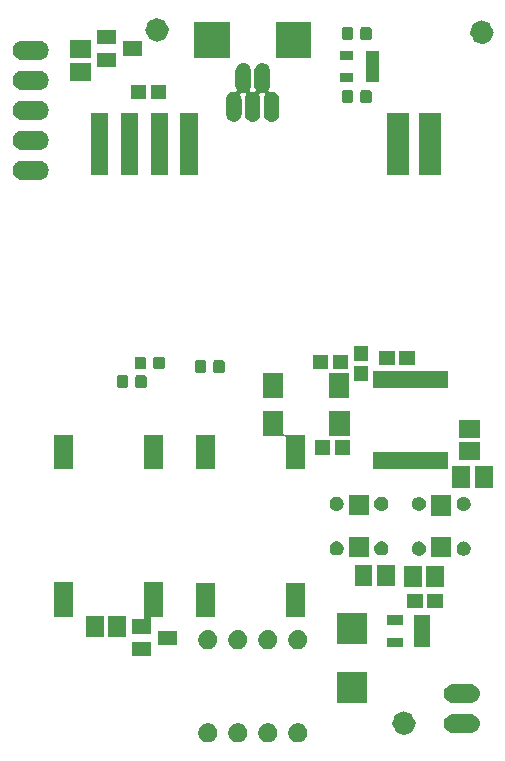
<source format=gbr>
G04 #@! TF.GenerationSoftware,KiCad,Pcbnew,(5.1.6)-1*
G04 #@! TF.CreationDate,2021-03-08T10:10:15+01:00*
G04 #@! TF.ProjectId,P_sensor v10.0,505f7365-6e73-46f7-9220-7631302e302e,rev?*
G04 #@! TF.SameCoordinates,Original*
G04 #@! TF.FileFunction,Soldermask,Top*
G04 #@! TF.FilePolarity,Negative*
%FSLAX46Y46*%
G04 Gerber Fmt 4.6, Leading zero omitted, Abs format (unit mm)*
G04 Created by KiCad (PCBNEW (5.1.6)-1) date 2021-03-08 10:10:15*
%MOMM*%
%LPD*%
G01*
G04 APERTURE LIST*
%ADD10C,1.000000*%
%ADD11C,0.100000*%
G04 APERTURE END LIST*
D10*
X185601100Y-103103600D02*
G75*
G03*
X185601100Y-103103600I-500000J0D01*
G01*
X164701100Y-44403600D02*
G75*
G03*
X164701100Y-44403600I-500000J0D01*
G01*
X192201100Y-44603600D02*
G75*
G03*
X192201100Y-44603600I-500000J0D01*
G01*
D11*
G36*
X171209173Y-103108910D02*
G01*
X171287444Y-103124479D01*
X171348522Y-103149778D01*
X171434900Y-103185557D01*
X171434901Y-103185558D01*
X171567610Y-103274231D01*
X171680469Y-103387090D01*
X171680470Y-103387092D01*
X171769143Y-103519800D01*
X171830221Y-103667257D01*
X171861359Y-103823796D01*
X171861359Y-103983404D01*
X171830221Y-104139943D01*
X171769143Y-104287400D01*
X171769142Y-104287401D01*
X171680469Y-104420110D01*
X171567610Y-104532969D01*
X171500804Y-104577607D01*
X171434900Y-104621643D01*
X171348522Y-104657422D01*
X171287444Y-104682721D01*
X171209173Y-104698290D01*
X171130904Y-104713859D01*
X170971296Y-104713859D01*
X170814756Y-104682721D01*
X170753678Y-104657422D01*
X170667300Y-104621643D01*
X170601396Y-104577607D01*
X170534590Y-104532969D01*
X170421731Y-104420110D01*
X170333058Y-104287401D01*
X170333057Y-104287400D01*
X170271979Y-104139943D01*
X170240841Y-103983404D01*
X170240841Y-103823796D01*
X170271979Y-103667257D01*
X170333057Y-103519800D01*
X170421730Y-103387092D01*
X170421731Y-103387090D01*
X170534590Y-103274231D01*
X170667299Y-103185558D01*
X170667300Y-103185557D01*
X170753678Y-103149778D01*
X170814756Y-103124479D01*
X170893027Y-103108910D01*
X170971296Y-103093341D01*
X171130904Y-103093341D01*
X171209173Y-103108910D01*
G37*
G36*
X173749173Y-103108910D02*
G01*
X173827444Y-103124479D01*
X173888522Y-103149778D01*
X173974900Y-103185557D01*
X173974901Y-103185558D01*
X174107610Y-103274231D01*
X174220469Y-103387090D01*
X174220470Y-103387092D01*
X174309143Y-103519800D01*
X174370221Y-103667257D01*
X174401359Y-103823796D01*
X174401359Y-103983404D01*
X174370221Y-104139943D01*
X174309143Y-104287400D01*
X174309142Y-104287401D01*
X174220469Y-104420110D01*
X174107610Y-104532969D01*
X174040804Y-104577607D01*
X173974900Y-104621643D01*
X173888522Y-104657422D01*
X173827444Y-104682721D01*
X173749173Y-104698290D01*
X173670904Y-104713859D01*
X173511296Y-104713859D01*
X173354756Y-104682721D01*
X173293678Y-104657422D01*
X173207300Y-104621643D01*
X173141396Y-104577607D01*
X173074590Y-104532969D01*
X172961731Y-104420110D01*
X172873058Y-104287401D01*
X172873057Y-104287400D01*
X172811979Y-104139943D01*
X172780841Y-103983404D01*
X172780841Y-103823796D01*
X172811979Y-103667257D01*
X172873057Y-103519800D01*
X172961730Y-103387092D01*
X172961731Y-103387090D01*
X173074590Y-103274231D01*
X173207299Y-103185558D01*
X173207300Y-103185557D01*
X173293678Y-103149778D01*
X173354756Y-103124479D01*
X173433027Y-103108910D01*
X173511296Y-103093341D01*
X173670904Y-103093341D01*
X173749173Y-103108910D01*
G37*
G36*
X176289173Y-103108910D02*
G01*
X176367444Y-103124479D01*
X176428522Y-103149778D01*
X176514900Y-103185557D01*
X176514901Y-103185558D01*
X176647610Y-103274231D01*
X176760469Y-103387090D01*
X176760470Y-103387092D01*
X176849143Y-103519800D01*
X176910221Y-103667257D01*
X176941359Y-103823796D01*
X176941359Y-103983404D01*
X176910221Y-104139943D01*
X176849143Y-104287400D01*
X176849142Y-104287401D01*
X176760469Y-104420110D01*
X176647610Y-104532969D01*
X176580804Y-104577607D01*
X176514900Y-104621643D01*
X176428522Y-104657422D01*
X176367444Y-104682721D01*
X176289173Y-104698290D01*
X176210904Y-104713859D01*
X176051296Y-104713859D01*
X175894756Y-104682721D01*
X175833678Y-104657422D01*
X175747300Y-104621643D01*
X175681396Y-104577607D01*
X175614590Y-104532969D01*
X175501731Y-104420110D01*
X175413058Y-104287401D01*
X175413057Y-104287400D01*
X175351979Y-104139943D01*
X175320841Y-103983404D01*
X175320841Y-103823796D01*
X175351979Y-103667257D01*
X175413057Y-103519800D01*
X175501730Y-103387092D01*
X175501731Y-103387090D01*
X175614590Y-103274231D01*
X175747299Y-103185558D01*
X175747300Y-103185557D01*
X175833678Y-103149778D01*
X175894756Y-103124479D01*
X175973027Y-103108910D01*
X176051296Y-103093341D01*
X176210904Y-103093341D01*
X176289173Y-103108910D01*
G37*
G36*
X168669173Y-103108910D02*
G01*
X168747444Y-103124479D01*
X168808522Y-103149778D01*
X168894900Y-103185557D01*
X168894901Y-103185558D01*
X169027610Y-103274231D01*
X169140469Y-103387090D01*
X169140470Y-103387092D01*
X169229143Y-103519800D01*
X169290221Y-103667257D01*
X169321359Y-103823796D01*
X169321359Y-103983404D01*
X169290221Y-104139943D01*
X169229143Y-104287400D01*
X169229142Y-104287401D01*
X169140469Y-104420110D01*
X169027610Y-104532969D01*
X168960804Y-104577607D01*
X168894900Y-104621643D01*
X168808522Y-104657422D01*
X168747444Y-104682721D01*
X168669173Y-104698290D01*
X168590904Y-104713859D01*
X168431296Y-104713859D01*
X168274756Y-104682721D01*
X168213678Y-104657422D01*
X168127300Y-104621643D01*
X168061396Y-104577607D01*
X167994590Y-104532969D01*
X167881731Y-104420110D01*
X167793058Y-104287401D01*
X167793057Y-104287400D01*
X167731979Y-104139943D01*
X167700841Y-103983404D01*
X167700841Y-103823796D01*
X167731979Y-103667257D01*
X167793057Y-103519800D01*
X167881730Y-103387092D01*
X167881731Y-103387090D01*
X167994590Y-103274231D01*
X168127299Y-103185558D01*
X168127300Y-103185557D01*
X168213678Y-103149778D01*
X168274756Y-103124479D01*
X168353027Y-103108910D01*
X168431296Y-103093341D01*
X168590904Y-103093341D01*
X168669173Y-103108910D01*
G37*
G36*
X190868597Y-102325065D02*
G01*
X191021332Y-102371397D01*
X191162093Y-102446635D01*
X191194232Y-102473011D01*
X191285471Y-102547888D01*
X191360348Y-102639127D01*
X191386724Y-102671266D01*
X191461962Y-102812027D01*
X191508294Y-102964762D01*
X191523938Y-103123600D01*
X191508294Y-103282438D01*
X191461962Y-103435173D01*
X191386724Y-103575934D01*
X191360348Y-103608073D01*
X191285471Y-103699312D01*
X191194232Y-103774189D01*
X191162093Y-103800565D01*
X191021332Y-103875803D01*
X190868597Y-103922135D01*
X190809078Y-103927997D01*
X190749561Y-103933859D01*
X189252639Y-103933859D01*
X189133603Y-103922135D01*
X188980868Y-103875803D01*
X188840107Y-103800565D01*
X188807968Y-103774189D01*
X188716729Y-103699312D01*
X188641852Y-103608073D01*
X188615476Y-103575934D01*
X188540238Y-103435173D01*
X188493906Y-103282438D01*
X188478262Y-103123600D01*
X188493906Y-102964762D01*
X188540238Y-102812027D01*
X188615476Y-102671266D01*
X188641852Y-102639127D01*
X188716729Y-102547888D01*
X188807968Y-102473011D01*
X188840107Y-102446635D01*
X188980868Y-102371397D01*
X189133603Y-102325065D01*
X189252639Y-102313341D01*
X190749561Y-102313341D01*
X190868597Y-102325065D01*
G37*
G36*
X182002700Y-101405200D02*
G01*
X179399500Y-101405200D01*
X179399500Y-98802000D01*
X182002700Y-98802000D01*
X182002700Y-101405200D01*
G37*
G36*
X190809078Y-99779203D02*
G01*
X190868597Y-99785065D01*
X191021332Y-99831397D01*
X191162093Y-99906635D01*
X191194232Y-99933011D01*
X191285471Y-100007888D01*
X191360348Y-100099127D01*
X191386724Y-100131266D01*
X191461962Y-100272027D01*
X191508294Y-100424762D01*
X191523938Y-100583600D01*
X191508294Y-100742438D01*
X191461962Y-100895173D01*
X191386724Y-101035934D01*
X191360348Y-101068073D01*
X191285471Y-101159312D01*
X191194232Y-101234189D01*
X191162093Y-101260565D01*
X191021332Y-101335803D01*
X190868597Y-101382135D01*
X190809078Y-101387997D01*
X190749561Y-101393859D01*
X189252639Y-101393859D01*
X189193122Y-101387997D01*
X189133603Y-101382135D01*
X188980868Y-101335803D01*
X188840107Y-101260565D01*
X188807968Y-101234189D01*
X188716729Y-101159312D01*
X188641852Y-101068073D01*
X188615476Y-101035934D01*
X188540238Y-100895173D01*
X188493906Y-100742438D01*
X188478262Y-100583600D01*
X188493906Y-100424762D01*
X188540238Y-100272027D01*
X188615476Y-100131266D01*
X188641852Y-100099127D01*
X188716729Y-100007888D01*
X188807968Y-99933011D01*
X188840107Y-99906635D01*
X188980868Y-99831397D01*
X189133603Y-99785065D01*
X189252639Y-99773341D01*
X190749561Y-99773341D01*
X190809078Y-99779203D01*
G37*
G36*
X163682700Y-97415200D02*
G01*
X162079500Y-97415200D01*
X162079500Y-96212000D01*
X163682700Y-96212000D01*
X163682700Y-97415200D01*
G37*
G36*
X168747444Y-95244479D02*
G01*
X168789743Y-95262000D01*
X168894900Y-95305557D01*
X168894901Y-95305558D01*
X169027610Y-95394231D01*
X169140469Y-95507090D01*
X169140470Y-95507092D01*
X169229143Y-95639800D01*
X169290221Y-95787257D01*
X169321359Y-95943796D01*
X169321359Y-96103404D01*
X169290221Y-96259943D01*
X169229143Y-96407400D01*
X169229142Y-96407401D01*
X169140469Y-96540110D01*
X169027610Y-96652969D01*
X169009305Y-96665200D01*
X168894900Y-96741643D01*
X168808522Y-96777422D01*
X168747444Y-96802721D01*
X168669173Y-96818290D01*
X168590904Y-96833859D01*
X168431296Y-96833859D01*
X168353027Y-96818290D01*
X168274756Y-96802721D01*
X168213678Y-96777422D01*
X168127300Y-96741643D01*
X168012895Y-96665200D01*
X167994590Y-96652969D01*
X167881731Y-96540110D01*
X167793058Y-96407401D01*
X167793057Y-96407400D01*
X167731979Y-96259943D01*
X167700841Y-96103404D01*
X167700841Y-95943796D01*
X167731979Y-95787257D01*
X167793057Y-95639800D01*
X167881730Y-95507092D01*
X167881731Y-95507090D01*
X167994590Y-95394231D01*
X168127299Y-95305558D01*
X168127300Y-95305557D01*
X168232457Y-95262000D01*
X168274756Y-95244479D01*
X168431296Y-95213341D01*
X168590904Y-95213341D01*
X168747444Y-95244479D01*
G37*
G36*
X171287444Y-95244479D02*
G01*
X171329743Y-95262000D01*
X171434900Y-95305557D01*
X171434901Y-95305558D01*
X171567610Y-95394231D01*
X171680469Y-95507090D01*
X171680470Y-95507092D01*
X171769143Y-95639800D01*
X171830221Y-95787257D01*
X171861359Y-95943796D01*
X171861359Y-96103404D01*
X171830221Y-96259943D01*
X171769143Y-96407400D01*
X171769142Y-96407401D01*
X171680469Y-96540110D01*
X171567610Y-96652969D01*
X171549305Y-96665200D01*
X171434900Y-96741643D01*
X171348522Y-96777422D01*
X171287444Y-96802721D01*
X171209173Y-96818290D01*
X171130904Y-96833859D01*
X170971296Y-96833859D01*
X170893027Y-96818290D01*
X170814756Y-96802721D01*
X170753678Y-96777422D01*
X170667300Y-96741643D01*
X170552895Y-96665200D01*
X170534590Y-96652969D01*
X170421731Y-96540110D01*
X170333058Y-96407401D01*
X170333057Y-96407400D01*
X170271979Y-96259943D01*
X170240841Y-96103404D01*
X170240841Y-95943796D01*
X170271979Y-95787257D01*
X170333057Y-95639800D01*
X170421730Y-95507092D01*
X170421731Y-95507090D01*
X170534590Y-95394231D01*
X170667299Y-95305558D01*
X170667300Y-95305557D01*
X170772457Y-95262000D01*
X170814756Y-95244479D01*
X170971296Y-95213341D01*
X171130904Y-95213341D01*
X171287444Y-95244479D01*
G37*
G36*
X173827444Y-95244479D02*
G01*
X173869743Y-95262000D01*
X173974900Y-95305557D01*
X173974901Y-95305558D01*
X174107610Y-95394231D01*
X174220469Y-95507090D01*
X174220470Y-95507092D01*
X174309143Y-95639800D01*
X174370221Y-95787257D01*
X174401359Y-95943796D01*
X174401359Y-96103404D01*
X174370221Y-96259943D01*
X174309143Y-96407400D01*
X174309142Y-96407401D01*
X174220469Y-96540110D01*
X174107610Y-96652969D01*
X174089305Y-96665200D01*
X173974900Y-96741643D01*
X173888522Y-96777422D01*
X173827444Y-96802721D01*
X173749173Y-96818290D01*
X173670904Y-96833859D01*
X173511296Y-96833859D01*
X173433027Y-96818290D01*
X173354756Y-96802721D01*
X173293678Y-96777422D01*
X173207300Y-96741643D01*
X173092895Y-96665200D01*
X173074590Y-96652969D01*
X172961731Y-96540110D01*
X172873058Y-96407401D01*
X172873057Y-96407400D01*
X172811979Y-96259943D01*
X172780841Y-96103404D01*
X172780841Y-95943796D01*
X172811979Y-95787257D01*
X172873057Y-95639800D01*
X172961730Y-95507092D01*
X172961731Y-95507090D01*
X173074590Y-95394231D01*
X173207299Y-95305558D01*
X173207300Y-95305557D01*
X173312457Y-95262000D01*
X173354756Y-95244479D01*
X173511296Y-95213341D01*
X173670904Y-95213341D01*
X173827444Y-95244479D01*
G37*
G36*
X176367444Y-95244479D02*
G01*
X176409743Y-95262000D01*
X176514900Y-95305557D01*
X176514901Y-95305558D01*
X176647610Y-95394231D01*
X176760469Y-95507090D01*
X176760470Y-95507092D01*
X176849143Y-95639800D01*
X176910221Y-95787257D01*
X176941359Y-95943796D01*
X176941359Y-96103404D01*
X176910221Y-96259943D01*
X176849143Y-96407400D01*
X176849142Y-96407401D01*
X176760469Y-96540110D01*
X176647610Y-96652969D01*
X176629305Y-96665200D01*
X176514900Y-96741643D01*
X176428522Y-96777422D01*
X176367444Y-96802721D01*
X176289173Y-96818290D01*
X176210904Y-96833859D01*
X176051296Y-96833859D01*
X175973027Y-96818290D01*
X175894756Y-96802721D01*
X175833678Y-96777422D01*
X175747300Y-96741643D01*
X175632895Y-96665200D01*
X175614590Y-96652969D01*
X175501731Y-96540110D01*
X175413058Y-96407401D01*
X175413057Y-96407400D01*
X175351979Y-96259943D01*
X175320841Y-96103404D01*
X175320841Y-95943796D01*
X175351979Y-95787257D01*
X175413057Y-95639800D01*
X175501730Y-95507092D01*
X175501731Y-95507090D01*
X175614590Y-95394231D01*
X175747299Y-95305558D01*
X175747300Y-95305557D01*
X175852457Y-95262000D01*
X175894756Y-95244479D01*
X176051296Y-95213341D01*
X176210904Y-95213341D01*
X176367444Y-95244479D01*
G37*
G36*
X185052700Y-96665200D02*
G01*
X183649500Y-96665200D01*
X183649500Y-95862000D01*
X185052700Y-95862000D01*
X185052700Y-96665200D01*
G37*
G36*
X187352700Y-96665200D02*
G01*
X185949500Y-96665200D01*
X185949500Y-93962000D01*
X187352700Y-93962000D01*
X187352700Y-96665200D01*
G37*
G36*
X165882700Y-96465200D02*
G01*
X164279500Y-96465200D01*
X164279500Y-95262000D01*
X165882700Y-95262000D01*
X165882700Y-96465200D01*
G37*
G36*
X182002700Y-96405200D02*
G01*
X179399500Y-96405200D01*
X179399500Y-93802000D01*
X182002700Y-93802000D01*
X182002700Y-96405200D01*
G37*
G36*
X161572700Y-95805200D02*
G01*
X160069500Y-95805200D01*
X160069500Y-94002000D01*
X161572700Y-94002000D01*
X161572700Y-95805200D01*
G37*
G36*
X159672700Y-95805200D02*
G01*
X158169500Y-95805200D01*
X158169500Y-94002000D01*
X159672700Y-94002000D01*
X159672700Y-95805200D01*
G37*
G36*
X164702700Y-94085200D02*
G01*
X163807699Y-94085200D01*
X163783313Y-94087602D01*
X163759864Y-94094715D01*
X163738253Y-94106266D01*
X163719311Y-94121811D01*
X163703766Y-94140753D01*
X163692215Y-94162364D01*
X163685102Y-94185813D01*
X163682700Y-94210199D01*
X163682700Y-95515200D01*
X162079500Y-95515200D01*
X162079500Y-94312000D01*
X162974501Y-94312000D01*
X162998887Y-94309598D01*
X163022336Y-94302485D01*
X163043947Y-94290934D01*
X163062889Y-94275389D01*
X163078434Y-94256447D01*
X163089985Y-94234836D01*
X163097098Y-94211387D01*
X163099500Y-94187001D01*
X163099500Y-91182000D01*
X164702700Y-91182000D01*
X164702700Y-94085200D01*
G37*
G36*
X185052700Y-94765200D02*
G01*
X183649500Y-94765200D01*
X183649500Y-93962000D01*
X185052700Y-93962000D01*
X185052700Y-94765200D01*
G37*
G36*
X169092700Y-94105200D02*
G01*
X167489500Y-94105200D01*
X167489500Y-91202000D01*
X169092700Y-91202000D01*
X169092700Y-94105200D01*
G37*
G36*
X176712700Y-94105200D02*
G01*
X175109500Y-94105200D01*
X175109500Y-91202000D01*
X176712700Y-91202000D01*
X176712700Y-94105200D01*
G37*
G36*
X157082700Y-94085200D02*
G01*
X155479500Y-94085200D01*
X155479500Y-91182000D01*
X157082700Y-91182000D01*
X157082700Y-94085200D01*
G37*
G36*
X188402700Y-93355200D02*
G01*
X187099500Y-93355200D01*
X187099500Y-92152000D01*
X188402700Y-92152000D01*
X188402700Y-93355200D01*
G37*
G36*
X186702700Y-93355200D02*
G01*
X185399500Y-93355200D01*
X185399500Y-92152000D01*
X186702700Y-92152000D01*
X186702700Y-93355200D01*
G37*
G36*
X188512700Y-91555200D02*
G01*
X187009500Y-91555200D01*
X187009500Y-89752000D01*
X188512700Y-89752000D01*
X188512700Y-91555200D01*
G37*
G36*
X186612700Y-91555200D02*
G01*
X185109500Y-91555200D01*
X185109500Y-89752000D01*
X186612700Y-89752000D01*
X186612700Y-91555200D01*
G37*
G36*
X182432700Y-91505200D02*
G01*
X180929500Y-91505200D01*
X180929500Y-89702000D01*
X182432700Y-89702000D01*
X182432700Y-91505200D01*
G37*
G36*
X184332700Y-91505200D02*
G01*
X182829500Y-91505200D01*
X182829500Y-89702000D01*
X184332700Y-89702000D01*
X184332700Y-91505200D01*
G37*
G36*
X189122700Y-89015200D02*
G01*
X187419500Y-89015200D01*
X187419500Y-87312000D01*
X189122700Y-87312000D01*
X189122700Y-89015200D01*
G37*
G36*
X182152700Y-89005200D02*
G01*
X180449500Y-89005200D01*
X180449500Y-87302000D01*
X182152700Y-87302000D01*
X182152700Y-89005200D01*
G37*
G36*
X186517701Y-87717997D02*
G01*
X186556405Y-87725696D01*
X186588440Y-87738965D01*
X186665780Y-87771000D01*
X186764215Y-87836773D01*
X186847927Y-87920485D01*
X186913700Y-88018920D01*
X186959004Y-88128296D01*
X186982100Y-88244405D01*
X186982100Y-88362795D01*
X186959004Y-88478904D01*
X186913700Y-88588280D01*
X186847927Y-88686715D01*
X186764215Y-88770427D01*
X186665780Y-88836200D01*
X186588440Y-88868235D01*
X186556405Y-88881504D01*
X186517701Y-88889203D01*
X186440295Y-88904600D01*
X186321905Y-88904600D01*
X186244499Y-88889203D01*
X186205795Y-88881504D01*
X186173760Y-88868235D01*
X186096420Y-88836200D01*
X185997985Y-88770427D01*
X185914273Y-88686715D01*
X185848500Y-88588280D01*
X185803196Y-88478904D01*
X185780100Y-88362795D01*
X185780100Y-88244405D01*
X185803196Y-88128296D01*
X185848500Y-88018920D01*
X185914273Y-87920485D01*
X185997985Y-87836773D01*
X186096420Y-87771000D01*
X186173760Y-87738965D01*
X186205795Y-87725696D01*
X186244499Y-87717997D01*
X186321905Y-87702600D01*
X186440295Y-87702600D01*
X186517701Y-87717997D01*
G37*
G36*
X190297701Y-87717997D02*
G01*
X190336405Y-87725696D01*
X190368440Y-87738965D01*
X190445780Y-87771000D01*
X190544215Y-87836773D01*
X190627927Y-87920485D01*
X190693700Y-88018920D01*
X190739004Y-88128296D01*
X190762100Y-88244405D01*
X190762100Y-88362795D01*
X190739004Y-88478904D01*
X190693700Y-88588280D01*
X190627927Y-88686715D01*
X190544215Y-88770427D01*
X190445780Y-88836200D01*
X190368440Y-88868235D01*
X190336405Y-88881504D01*
X190297701Y-88889203D01*
X190220295Y-88904600D01*
X190101905Y-88904600D01*
X190024499Y-88889203D01*
X189985795Y-88881504D01*
X189953760Y-88868235D01*
X189876420Y-88836200D01*
X189777985Y-88770427D01*
X189694273Y-88686715D01*
X189628500Y-88588280D01*
X189583196Y-88478904D01*
X189560100Y-88362795D01*
X189560100Y-88244405D01*
X189583196Y-88128296D01*
X189628500Y-88018920D01*
X189694273Y-87920485D01*
X189777985Y-87836773D01*
X189876420Y-87771000D01*
X189953760Y-87738965D01*
X189985795Y-87725696D01*
X190024499Y-87717997D01*
X190101905Y-87702600D01*
X190220295Y-87702600D01*
X190297701Y-87717997D01*
G37*
G36*
X179520567Y-87702600D02*
G01*
X179586405Y-87715696D01*
X179610547Y-87725696D01*
X179695780Y-87761000D01*
X179794215Y-87826773D01*
X179877927Y-87910485D01*
X179943700Y-88008920D01*
X179989004Y-88118296D01*
X180012100Y-88234405D01*
X180012100Y-88352795D01*
X179989004Y-88468904D01*
X179943700Y-88578280D01*
X179877927Y-88676715D01*
X179794215Y-88760427D01*
X179695780Y-88826200D01*
X179618440Y-88858235D01*
X179586405Y-88871504D01*
X179547701Y-88879203D01*
X179470295Y-88894600D01*
X179351905Y-88894600D01*
X179274499Y-88879203D01*
X179235795Y-88871504D01*
X179203760Y-88858235D01*
X179126420Y-88826200D01*
X179027985Y-88760427D01*
X178944273Y-88676715D01*
X178878500Y-88578280D01*
X178833196Y-88468904D01*
X178810100Y-88352795D01*
X178810100Y-88234405D01*
X178833196Y-88118296D01*
X178878500Y-88008920D01*
X178944273Y-87910485D01*
X179027985Y-87826773D01*
X179126420Y-87761000D01*
X179211653Y-87725696D01*
X179235795Y-87715696D01*
X179301633Y-87702600D01*
X179351905Y-87692600D01*
X179470295Y-87692600D01*
X179520567Y-87702600D01*
G37*
G36*
X183300567Y-87702600D02*
G01*
X183366405Y-87715696D01*
X183390547Y-87725696D01*
X183475780Y-87761000D01*
X183574215Y-87826773D01*
X183657927Y-87910485D01*
X183723700Y-88008920D01*
X183769004Y-88118296D01*
X183792100Y-88234405D01*
X183792100Y-88352795D01*
X183769004Y-88468904D01*
X183723700Y-88578280D01*
X183657927Y-88676715D01*
X183574215Y-88760427D01*
X183475780Y-88826200D01*
X183398440Y-88858235D01*
X183366405Y-88871504D01*
X183327701Y-88879203D01*
X183250295Y-88894600D01*
X183131905Y-88894600D01*
X183054499Y-88879203D01*
X183015795Y-88871504D01*
X182983760Y-88858235D01*
X182906420Y-88826200D01*
X182807985Y-88760427D01*
X182724273Y-88676715D01*
X182658500Y-88578280D01*
X182613196Y-88468904D01*
X182590100Y-88352795D01*
X182590100Y-88234405D01*
X182613196Y-88118296D01*
X182658500Y-88008920D01*
X182724273Y-87910485D01*
X182807985Y-87826773D01*
X182906420Y-87761000D01*
X182991653Y-87725696D01*
X183015795Y-87715696D01*
X183081633Y-87702600D01*
X183131905Y-87692600D01*
X183250295Y-87692600D01*
X183300567Y-87702600D01*
G37*
G36*
X189122700Y-85515200D02*
G01*
X187419500Y-85515200D01*
X187419500Y-83812000D01*
X189122700Y-83812000D01*
X189122700Y-85515200D01*
G37*
G36*
X182152700Y-85505200D02*
G01*
X180449500Y-85505200D01*
X180449500Y-83802000D01*
X182152700Y-83802000D01*
X182152700Y-85505200D01*
G37*
G36*
X190297701Y-83937997D02*
G01*
X190336405Y-83945696D01*
X190368440Y-83958965D01*
X190445780Y-83991000D01*
X190544215Y-84056773D01*
X190627927Y-84140485D01*
X190693700Y-84238920D01*
X190739004Y-84348296D01*
X190762100Y-84464405D01*
X190762100Y-84582795D01*
X190739004Y-84698904D01*
X190693700Y-84808280D01*
X190627927Y-84906715D01*
X190544215Y-84990427D01*
X190445780Y-85056200D01*
X190368440Y-85088235D01*
X190336405Y-85101504D01*
X190297701Y-85109203D01*
X190220295Y-85124600D01*
X190101905Y-85124600D01*
X190024499Y-85109203D01*
X189985795Y-85101504D01*
X189953760Y-85088235D01*
X189876420Y-85056200D01*
X189777985Y-84990427D01*
X189694273Y-84906715D01*
X189628500Y-84808280D01*
X189583196Y-84698904D01*
X189560100Y-84582795D01*
X189560100Y-84464405D01*
X189583196Y-84348296D01*
X189628500Y-84238920D01*
X189694273Y-84140485D01*
X189777985Y-84056773D01*
X189876420Y-83991000D01*
X189953760Y-83958965D01*
X189985795Y-83945696D01*
X190024499Y-83937997D01*
X190101905Y-83922600D01*
X190220295Y-83922600D01*
X190297701Y-83937997D01*
G37*
G36*
X186517701Y-83937997D02*
G01*
X186556405Y-83945696D01*
X186588440Y-83958965D01*
X186665780Y-83991000D01*
X186764215Y-84056773D01*
X186847927Y-84140485D01*
X186913700Y-84238920D01*
X186959004Y-84348296D01*
X186982100Y-84464405D01*
X186982100Y-84582795D01*
X186959004Y-84698904D01*
X186913700Y-84808280D01*
X186847927Y-84906715D01*
X186764215Y-84990427D01*
X186665780Y-85056200D01*
X186588440Y-85088235D01*
X186556405Y-85101504D01*
X186517701Y-85109203D01*
X186440295Y-85124600D01*
X186321905Y-85124600D01*
X186244499Y-85109203D01*
X186205795Y-85101504D01*
X186173760Y-85088235D01*
X186096420Y-85056200D01*
X185997985Y-84990427D01*
X185914273Y-84906715D01*
X185848500Y-84808280D01*
X185803196Y-84698904D01*
X185780100Y-84582795D01*
X185780100Y-84464405D01*
X185803196Y-84348296D01*
X185848500Y-84238920D01*
X185914273Y-84140485D01*
X185997985Y-84056773D01*
X186096420Y-83991000D01*
X186173760Y-83958965D01*
X186205795Y-83945696D01*
X186244499Y-83937997D01*
X186321905Y-83922600D01*
X186440295Y-83922600D01*
X186517701Y-83937997D01*
G37*
G36*
X179520567Y-83922600D02*
G01*
X179586405Y-83935696D01*
X179610547Y-83945696D01*
X179695780Y-83981000D01*
X179794215Y-84046773D01*
X179877927Y-84130485D01*
X179943700Y-84228920D01*
X179989004Y-84338296D01*
X180012100Y-84454405D01*
X180012100Y-84572795D01*
X179989004Y-84688904D01*
X179943700Y-84798280D01*
X179877927Y-84896715D01*
X179794215Y-84980427D01*
X179695780Y-85046200D01*
X179618440Y-85078235D01*
X179586405Y-85091504D01*
X179547701Y-85099203D01*
X179470295Y-85114600D01*
X179351905Y-85114600D01*
X179274499Y-85099203D01*
X179235795Y-85091504D01*
X179203760Y-85078235D01*
X179126420Y-85046200D01*
X179027985Y-84980427D01*
X178944273Y-84896715D01*
X178878500Y-84798280D01*
X178833196Y-84688904D01*
X178810100Y-84572795D01*
X178810100Y-84454405D01*
X178833196Y-84338296D01*
X178878500Y-84228920D01*
X178944273Y-84130485D01*
X179027985Y-84046773D01*
X179126420Y-83981000D01*
X179211653Y-83945696D01*
X179235795Y-83935696D01*
X179301633Y-83922600D01*
X179351905Y-83912600D01*
X179470295Y-83912600D01*
X179520567Y-83922600D01*
G37*
G36*
X183300567Y-83922600D02*
G01*
X183366405Y-83935696D01*
X183390547Y-83945696D01*
X183475780Y-83981000D01*
X183574215Y-84046773D01*
X183657927Y-84130485D01*
X183723700Y-84228920D01*
X183769004Y-84338296D01*
X183792100Y-84454405D01*
X183792100Y-84572795D01*
X183769004Y-84688904D01*
X183723700Y-84798280D01*
X183657927Y-84896715D01*
X183574215Y-84980427D01*
X183475780Y-85046200D01*
X183398440Y-85078235D01*
X183366405Y-85091504D01*
X183327701Y-85099203D01*
X183250295Y-85114600D01*
X183131905Y-85114600D01*
X183054499Y-85099203D01*
X183015795Y-85091504D01*
X182983760Y-85078235D01*
X182906420Y-85046200D01*
X182807985Y-84980427D01*
X182724273Y-84896715D01*
X182658500Y-84798280D01*
X182613196Y-84688904D01*
X182590100Y-84572795D01*
X182590100Y-84454405D01*
X182613196Y-84338296D01*
X182658500Y-84228920D01*
X182724273Y-84130485D01*
X182807985Y-84046773D01*
X182906420Y-83981000D01*
X182991653Y-83945696D01*
X183015795Y-83935696D01*
X183081633Y-83922600D01*
X183131905Y-83912600D01*
X183250295Y-83912600D01*
X183300567Y-83922600D01*
G37*
G36*
X192612700Y-83155200D02*
G01*
X191109500Y-83155200D01*
X191109500Y-81352000D01*
X192612700Y-81352000D01*
X192612700Y-83155200D01*
G37*
G36*
X190712700Y-83155200D02*
G01*
X189209500Y-83155200D01*
X189209500Y-81352000D01*
X190712700Y-81352000D01*
X190712700Y-83155200D01*
G37*
G36*
X169092700Y-81605200D02*
G01*
X167489500Y-81605200D01*
X167489500Y-78702000D01*
X169092700Y-78702000D01*
X169092700Y-81605200D01*
G37*
G36*
X174904700Y-78577001D02*
G01*
X174907102Y-78601387D01*
X174914215Y-78624836D01*
X174925766Y-78646447D01*
X174941311Y-78665389D01*
X174960253Y-78680934D01*
X174981864Y-78692485D01*
X175005313Y-78699598D01*
X175029699Y-78702000D01*
X176712700Y-78702000D01*
X176712700Y-81605200D01*
X175109500Y-81605200D01*
X175109500Y-78916199D01*
X175107098Y-78891813D01*
X175099985Y-78868364D01*
X175088434Y-78846753D01*
X175072889Y-78827811D01*
X175053947Y-78812266D01*
X175032336Y-78800715D01*
X175008887Y-78793602D01*
X174984501Y-78791200D01*
X173201500Y-78791200D01*
X173201500Y-76688000D01*
X174904700Y-76688000D01*
X174904700Y-78577001D01*
G37*
G36*
X164702700Y-81585200D02*
G01*
X163099500Y-81585200D01*
X163099500Y-78682000D01*
X164702700Y-78682000D01*
X164702700Y-81585200D01*
G37*
G36*
X157082700Y-81585200D02*
G01*
X155479500Y-81585200D01*
X155479500Y-78682000D01*
X157082700Y-78682000D01*
X157082700Y-81585200D01*
G37*
G36*
X188871300Y-81578200D02*
G01*
X182513300Y-81578200D01*
X182513300Y-80130400D01*
X188871300Y-80130400D01*
X188871300Y-81578200D01*
G37*
G36*
X191552700Y-80835200D02*
G01*
X189749500Y-80835200D01*
X189749500Y-79332000D01*
X191552700Y-79332000D01*
X191552700Y-80835200D01*
G37*
G36*
X178852700Y-80355200D02*
G01*
X177549500Y-80355200D01*
X177549500Y-79152000D01*
X178852700Y-79152000D01*
X178852700Y-80355200D01*
G37*
G36*
X180552700Y-80355200D02*
G01*
X179249500Y-80355200D01*
X179249500Y-79152000D01*
X180552700Y-79152000D01*
X180552700Y-80355200D01*
G37*
G36*
X191552700Y-78935200D02*
G01*
X189749500Y-78935200D01*
X189749500Y-77432000D01*
X191552700Y-77432000D01*
X191552700Y-78935200D01*
G37*
G36*
X180502700Y-78751200D02*
G01*
X178799500Y-78751200D01*
X178799500Y-76648000D01*
X180502700Y-76648000D01*
X180502700Y-78751200D01*
G37*
G36*
X174874700Y-75559200D02*
G01*
X173171500Y-75559200D01*
X173171500Y-73456000D01*
X174874700Y-73456000D01*
X174874700Y-75559200D01*
G37*
G36*
X180432700Y-75549200D02*
G01*
X178729500Y-75549200D01*
X178729500Y-73446000D01*
X180432700Y-73446000D01*
X180432700Y-75549200D01*
G37*
G36*
X185743899Y-73249500D02*
G01*
X186285901Y-73249500D01*
X186290977Y-73249000D01*
X188868900Y-73249000D01*
X188868900Y-74696800D01*
X186395399Y-74696800D01*
X186390323Y-74697300D01*
X185642477Y-74697300D01*
X185637401Y-74696800D01*
X182510900Y-74696800D01*
X182510900Y-73249000D01*
X185738823Y-73249000D01*
X185743899Y-73249500D01*
G37*
G36*
X163181591Y-73646085D02*
G01*
X163215569Y-73656393D01*
X163246890Y-73673134D01*
X163274339Y-73695661D01*
X163296866Y-73723110D01*
X163313607Y-73754431D01*
X163323915Y-73788409D01*
X163328000Y-73829890D01*
X163328000Y-74506110D01*
X163323915Y-74547591D01*
X163313607Y-74581569D01*
X163296866Y-74612890D01*
X163274339Y-74640339D01*
X163246890Y-74662866D01*
X163215569Y-74679607D01*
X163181591Y-74689915D01*
X163140110Y-74694000D01*
X162538890Y-74694000D01*
X162497409Y-74689915D01*
X162463431Y-74679607D01*
X162432110Y-74662866D01*
X162404661Y-74640339D01*
X162382134Y-74612890D01*
X162365393Y-74581569D01*
X162355085Y-74547591D01*
X162351000Y-74506110D01*
X162351000Y-73829890D01*
X162355085Y-73788409D01*
X162365393Y-73754431D01*
X162382134Y-73723110D01*
X162404661Y-73695661D01*
X162432110Y-73673134D01*
X162463431Y-73656393D01*
X162497409Y-73646085D01*
X162538890Y-73642000D01*
X163140110Y-73642000D01*
X163181591Y-73646085D01*
G37*
G36*
X161606591Y-73646085D02*
G01*
X161640569Y-73656393D01*
X161671890Y-73673134D01*
X161699339Y-73695661D01*
X161721866Y-73723110D01*
X161738607Y-73754431D01*
X161748915Y-73788409D01*
X161753000Y-73829890D01*
X161753000Y-74506110D01*
X161748915Y-74547591D01*
X161738607Y-74581569D01*
X161721866Y-74612890D01*
X161699339Y-74640339D01*
X161671890Y-74662866D01*
X161640569Y-74679607D01*
X161606591Y-74689915D01*
X161565110Y-74694000D01*
X160963890Y-74694000D01*
X160922409Y-74689915D01*
X160888431Y-74679607D01*
X160857110Y-74662866D01*
X160829661Y-74640339D01*
X160807134Y-74612890D01*
X160790393Y-74581569D01*
X160780085Y-74547591D01*
X160776000Y-74506110D01*
X160776000Y-73829890D01*
X160780085Y-73788409D01*
X160790393Y-73754431D01*
X160807134Y-73723110D01*
X160829661Y-73695661D01*
X160857110Y-73673134D01*
X160888431Y-73656393D01*
X160922409Y-73646085D01*
X160963890Y-73642000D01*
X161565110Y-73642000D01*
X161606591Y-73646085D01*
G37*
G36*
X182052700Y-74145200D02*
G01*
X180849500Y-74145200D01*
X180849500Y-72842000D01*
X182052700Y-72842000D01*
X182052700Y-74145200D01*
G37*
G36*
X168210591Y-72376085D02*
G01*
X168244569Y-72386393D01*
X168275890Y-72403134D01*
X168303339Y-72425661D01*
X168325866Y-72453110D01*
X168342607Y-72484431D01*
X168352915Y-72518409D01*
X168357000Y-72559890D01*
X168357000Y-73236110D01*
X168352915Y-73277591D01*
X168342607Y-73311569D01*
X168325866Y-73342890D01*
X168303339Y-73370339D01*
X168275890Y-73392866D01*
X168244569Y-73409607D01*
X168210591Y-73419915D01*
X168169110Y-73424000D01*
X167567890Y-73424000D01*
X167526409Y-73419915D01*
X167492431Y-73409607D01*
X167461110Y-73392866D01*
X167433661Y-73370339D01*
X167411134Y-73342890D01*
X167394393Y-73311569D01*
X167384085Y-73277591D01*
X167380000Y-73236110D01*
X167380000Y-72559890D01*
X167384085Y-72518409D01*
X167394393Y-72484431D01*
X167411134Y-72453110D01*
X167433661Y-72425661D01*
X167461110Y-72403134D01*
X167492431Y-72386393D01*
X167526409Y-72376085D01*
X167567890Y-72372000D01*
X168169110Y-72372000D01*
X168210591Y-72376085D01*
G37*
G36*
X169785591Y-72376085D02*
G01*
X169819569Y-72386393D01*
X169850890Y-72403134D01*
X169878339Y-72425661D01*
X169900866Y-72453110D01*
X169917607Y-72484431D01*
X169927915Y-72518409D01*
X169932000Y-72559890D01*
X169932000Y-73236110D01*
X169927915Y-73277591D01*
X169917607Y-73311569D01*
X169900866Y-73342890D01*
X169878339Y-73370339D01*
X169850890Y-73392866D01*
X169819569Y-73409607D01*
X169785591Y-73419915D01*
X169744110Y-73424000D01*
X169142890Y-73424000D01*
X169101409Y-73419915D01*
X169067431Y-73409607D01*
X169036110Y-73392866D01*
X169008661Y-73370339D01*
X168986134Y-73342890D01*
X168969393Y-73311569D01*
X168959085Y-73277591D01*
X168955000Y-73236110D01*
X168955000Y-72559890D01*
X168959085Y-72518409D01*
X168969393Y-72484431D01*
X168986134Y-72453110D01*
X169008661Y-72425661D01*
X169036110Y-72403134D01*
X169067431Y-72386393D01*
X169101409Y-72376085D01*
X169142890Y-72372000D01*
X169744110Y-72372000D01*
X169785591Y-72376085D01*
G37*
G36*
X163130591Y-72078085D02*
G01*
X163164569Y-72088393D01*
X163195890Y-72105134D01*
X163223339Y-72127661D01*
X163245866Y-72155110D01*
X163262607Y-72186431D01*
X163272915Y-72220409D01*
X163277000Y-72261890D01*
X163277000Y-72938110D01*
X163272915Y-72979591D01*
X163262607Y-73013569D01*
X163245866Y-73044890D01*
X163223339Y-73072339D01*
X163195890Y-73094866D01*
X163164569Y-73111607D01*
X163130591Y-73121915D01*
X163089110Y-73126000D01*
X162487890Y-73126000D01*
X162446409Y-73121915D01*
X162412431Y-73111607D01*
X162381110Y-73094866D01*
X162353661Y-73072339D01*
X162331134Y-73044890D01*
X162314393Y-73013569D01*
X162304085Y-72979591D01*
X162300000Y-72938110D01*
X162300000Y-72261890D01*
X162304085Y-72220409D01*
X162314393Y-72186431D01*
X162331134Y-72155110D01*
X162353661Y-72127661D01*
X162381110Y-72105134D01*
X162412431Y-72088393D01*
X162446409Y-72078085D01*
X162487890Y-72074000D01*
X163089110Y-72074000D01*
X163130591Y-72078085D01*
G37*
G36*
X164705591Y-72078085D02*
G01*
X164739569Y-72088393D01*
X164770890Y-72105134D01*
X164798339Y-72127661D01*
X164820866Y-72155110D01*
X164837607Y-72186431D01*
X164847915Y-72220409D01*
X164852000Y-72261890D01*
X164852000Y-72938110D01*
X164847915Y-72979591D01*
X164837607Y-73013569D01*
X164820866Y-73044890D01*
X164798339Y-73072339D01*
X164770890Y-73094866D01*
X164739569Y-73111607D01*
X164705591Y-73121915D01*
X164664110Y-73126000D01*
X164062890Y-73126000D01*
X164021409Y-73121915D01*
X163987431Y-73111607D01*
X163956110Y-73094866D01*
X163928661Y-73072339D01*
X163906134Y-73044890D01*
X163889393Y-73013569D01*
X163879085Y-72979591D01*
X163875000Y-72938110D01*
X163875000Y-72261890D01*
X163879085Y-72220409D01*
X163889393Y-72186431D01*
X163906134Y-72155110D01*
X163928661Y-72127661D01*
X163956110Y-72105134D01*
X163987431Y-72088393D01*
X164021409Y-72078085D01*
X164062890Y-72074000D01*
X164664110Y-72074000D01*
X164705591Y-72078085D01*
G37*
G36*
X180392700Y-73105200D02*
G01*
X179089500Y-73105200D01*
X179089500Y-71902000D01*
X180392700Y-71902000D01*
X180392700Y-73105200D01*
G37*
G36*
X178692700Y-73105200D02*
G01*
X177389500Y-73105200D01*
X177389500Y-71902000D01*
X178692700Y-71902000D01*
X178692700Y-73105200D01*
G37*
G36*
X186022700Y-72755200D02*
G01*
X184719500Y-72755200D01*
X184719500Y-71552000D01*
X186022700Y-71552000D01*
X186022700Y-72755200D01*
G37*
G36*
X184322700Y-72755200D02*
G01*
X183019500Y-72755200D01*
X183019500Y-71552000D01*
X184322700Y-71552000D01*
X184322700Y-72755200D01*
G37*
G36*
X182052700Y-72445200D02*
G01*
X180849500Y-72445200D01*
X180849500Y-71142000D01*
X182052700Y-71142000D01*
X182052700Y-72445200D01*
G37*
G36*
X154309078Y-55479203D02*
G01*
X154368597Y-55485065D01*
X154521332Y-55531397D01*
X154662093Y-55606635D01*
X154694232Y-55633011D01*
X154785471Y-55707888D01*
X154860348Y-55799127D01*
X154886724Y-55831266D01*
X154961962Y-55972027D01*
X155008294Y-56124762D01*
X155023938Y-56283600D01*
X155008294Y-56442438D01*
X154961962Y-56595173D01*
X154886724Y-56735934D01*
X154860348Y-56768073D01*
X154785471Y-56859312D01*
X154694232Y-56934189D01*
X154662093Y-56960565D01*
X154521332Y-57035803D01*
X154368597Y-57082135D01*
X154249561Y-57093859D01*
X152752639Y-57093859D01*
X152633603Y-57082135D01*
X152480868Y-57035803D01*
X152340107Y-56960565D01*
X152307968Y-56934189D01*
X152216729Y-56859312D01*
X152141852Y-56768073D01*
X152115476Y-56735934D01*
X152040238Y-56595173D01*
X151993906Y-56442438D01*
X151978262Y-56283600D01*
X151993906Y-56124762D01*
X152040238Y-55972027D01*
X152115476Y-55831266D01*
X152141852Y-55799127D01*
X152216729Y-55707888D01*
X152307968Y-55633011D01*
X152340107Y-55606635D01*
X152480868Y-55531397D01*
X152633603Y-55485065D01*
X152693122Y-55479203D01*
X152752639Y-55473341D01*
X154249561Y-55473341D01*
X154309078Y-55479203D01*
G37*
G36*
X160054700Y-56687200D02*
G01*
X158581500Y-56687200D01*
X158581500Y-51404000D01*
X160054700Y-51404000D01*
X160054700Y-56687200D01*
G37*
G36*
X162594700Y-56687200D02*
G01*
X161121500Y-56687200D01*
X161121500Y-51404000D01*
X162594700Y-51404000D01*
X162594700Y-56687200D01*
G37*
G36*
X188209700Y-56687200D02*
G01*
X186406500Y-56687200D01*
X186406500Y-51404000D01*
X188209700Y-51404000D01*
X188209700Y-56687200D01*
G37*
G36*
X165134700Y-56687200D02*
G01*
X163661500Y-56687200D01*
X163661500Y-51404000D01*
X165134700Y-51404000D01*
X165134700Y-56687200D01*
G37*
G36*
X167634700Y-56687200D02*
G01*
X166161500Y-56687200D01*
X166161500Y-51404000D01*
X167634700Y-51404000D01*
X167634700Y-56687200D01*
G37*
G36*
X185517340Y-56676975D02*
G01*
X183714140Y-56676975D01*
X183714140Y-51393775D01*
X185517340Y-51393775D01*
X185517340Y-56676975D01*
G37*
G36*
X154309078Y-52939203D02*
G01*
X154368597Y-52945065D01*
X154521332Y-52991397D01*
X154662093Y-53066635D01*
X154694232Y-53093011D01*
X154785471Y-53167888D01*
X154860348Y-53259127D01*
X154886724Y-53291266D01*
X154961962Y-53432027D01*
X155008294Y-53584762D01*
X155023938Y-53743600D01*
X155008294Y-53902438D01*
X154961962Y-54055173D01*
X154886724Y-54195934D01*
X154860348Y-54228073D01*
X154785471Y-54319312D01*
X154694232Y-54394189D01*
X154662093Y-54420565D01*
X154521332Y-54495803D01*
X154368597Y-54542135D01*
X154309078Y-54547997D01*
X154249561Y-54553859D01*
X152752639Y-54553859D01*
X152693122Y-54547997D01*
X152633603Y-54542135D01*
X152480868Y-54495803D01*
X152340107Y-54420565D01*
X152307968Y-54394189D01*
X152216729Y-54319312D01*
X152141852Y-54228073D01*
X152115476Y-54195934D01*
X152040238Y-54055173D01*
X151993906Y-53902438D01*
X151978262Y-53743600D01*
X151993906Y-53584762D01*
X152040238Y-53432027D01*
X152115476Y-53291266D01*
X152141852Y-53259127D01*
X152216729Y-53167888D01*
X152307968Y-53093011D01*
X152340107Y-53066635D01*
X152480868Y-52991397D01*
X152633603Y-52945065D01*
X152693122Y-52939203D01*
X152752639Y-52933341D01*
X154249561Y-52933341D01*
X154309078Y-52939203D01*
G37*
G36*
X173227058Y-47218878D02*
G01*
X173289322Y-47237765D01*
X173351584Y-47256652D01*
X173351586Y-47256653D01*
X173466344Y-47317993D01*
X173566935Y-47400545D01*
X173649487Y-47501136D01*
X173710827Y-47615894D01*
X173748602Y-47740422D01*
X173758160Y-47837468D01*
X173758160Y-49121572D01*
X173748602Y-49218618D01*
X173710827Y-49343146D01*
X173652107Y-49453003D01*
X173642730Y-49475641D01*
X173637949Y-49499675D01*
X173637949Y-49524179D01*
X173642729Y-49548212D01*
X173652107Y-49570851D01*
X173665720Y-49591225D01*
X173683047Y-49608552D01*
X173703422Y-49622166D01*
X173726060Y-49631543D01*
X173750094Y-49636324D01*
X173774598Y-49636324D01*
X173897660Y-49624204D01*
X174027157Y-49636958D01*
X174089421Y-49655845D01*
X174151683Y-49674732D01*
X174151685Y-49674733D01*
X174266443Y-49736073D01*
X174278024Y-49745577D01*
X174367035Y-49818625D01*
X174415523Y-49877709D01*
X174449587Y-49919216D01*
X174510927Y-50033974D01*
X174548702Y-50158502D01*
X174558260Y-50255548D01*
X174558260Y-51539652D01*
X174548702Y-51636698D01*
X174510927Y-51761226D01*
X174449587Y-51875984D01*
X174367035Y-51976575D01*
X174266444Y-52059127D01*
X174151686Y-52120467D01*
X174151684Y-52120468D01*
X174089422Y-52139354D01*
X174027158Y-52158242D01*
X173897660Y-52170996D01*
X173768163Y-52158242D01*
X173705899Y-52139355D01*
X173643637Y-52120468D01*
X173643635Y-52120467D01*
X173528877Y-52059127D01*
X173428286Y-51976575D01*
X173345734Y-51875984D01*
X173284394Y-51761226D01*
X173246619Y-51636698D01*
X173237061Y-51539652D01*
X173237060Y-50255549D01*
X173246618Y-50158503D01*
X173284392Y-50033977D01*
X173343114Y-49924118D01*
X173352491Y-49901479D01*
X173357272Y-49877446D01*
X173357272Y-49852942D01*
X173352492Y-49828908D01*
X173343115Y-49806270D01*
X173329501Y-49785895D01*
X173312174Y-49768568D01*
X173291800Y-49754954D01*
X173269161Y-49745577D01*
X173245128Y-49740796D01*
X173220623Y-49740796D01*
X173097560Y-49752916D01*
X172977179Y-49741060D01*
X172952675Y-49741060D01*
X172928642Y-49745840D01*
X172906003Y-49755218D01*
X172885628Y-49768832D01*
X172868301Y-49786159D01*
X172854688Y-49806533D01*
X172845310Y-49829172D01*
X172840530Y-49853205D01*
X172840530Y-49877709D01*
X172845310Y-49901742D01*
X172854688Y-49924381D01*
X172913267Y-50033974D01*
X172951042Y-50158502D01*
X172960600Y-50255548D01*
X172960600Y-51539652D01*
X172951042Y-51636698D01*
X172913267Y-51761226D01*
X172851927Y-51875984D01*
X172769375Y-51976575D01*
X172668784Y-52059127D01*
X172554026Y-52120467D01*
X172554024Y-52120468D01*
X172491762Y-52139354D01*
X172429498Y-52158242D01*
X172300000Y-52170996D01*
X172170503Y-52158242D01*
X172108239Y-52139355D01*
X172045977Y-52120468D01*
X172045975Y-52120467D01*
X171931217Y-52059127D01*
X171830626Y-51976575D01*
X171748074Y-51875984D01*
X171686734Y-51761226D01*
X171648959Y-51636698D01*
X171639401Y-51539652D01*
X171639400Y-50255549D01*
X171648958Y-50158503D01*
X171686732Y-50033977D01*
X171745313Y-49924382D01*
X171754690Y-49901743D01*
X171759471Y-49877710D01*
X171759471Y-49853206D01*
X171754691Y-49829172D01*
X171745314Y-49806534D01*
X171731700Y-49786159D01*
X171714373Y-49768832D01*
X171693999Y-49755218D01*
X171671360Y-49745841D01*
X171647327Y-49741060D01*
X171622822Y-49741060D01*
X171502440Y-49752916D01*
X171379378Y-49740796D01*
X171354874Y-49740796D01*
X171330840Y-49745576D01*
X171308202Y-49754954D01*
X171287827Y-49768568D01*
X171270500Y-49785895D01*
X171256887Y-49806269D01*
X171247509Y-49828908D01*
X171242729Y-49852941D01*
X171242729Y-49877445D01*
X171247509Y-49901479D01*
X171256887Y-49924117D01*
X171315607Y-50033974D01*
X171353382Y-50158502D01*
X171362940Y-50255548D01*
X171362940Y-51539652D01*
X171353382Y-51636698D01*
X171315607Y-51761226D01*
X171254267Y-51875984D01*
X171171715Y-51976575D01*
X171071124Y-52059127D01*
X170956366Y-52120467D01*
X170956364Y-52120468D01*
X170894102Y-52139354D01*
X170831838Y-52158242D01*
X170702340Y-52170996D01*
X170572843Y-52158242D01*
X170510579Y-52139355D01*
X170448317Y-52120468D01*
X170448315Y-52120467D01*
X170333557Y-52059127D01*
X170232966Y-51976575D01*
X170150414Y-51875984D01*
X170089074Y-51761226D01*
X170051299Y-51636698D01*
X170041741Y-51539652D01*
X170041740Y-50255549D01*
X170051298Y-50158503D01*
X170089073Y-50033975D01*
X170150413Y-49919217D01*
X170164970Y-49901479D01*
X170232965Y-49818625D01*
X170333555Y-49736074D01*
X170333554Y-49736074D01*
X170333556Y-49736073D01*
X170448314Y-49674733D01*
X170448316Y-49674732D01*
X170510578Y-49655845D01*
X170572842Y-49636958D01*
X170702340Y-49624204D01*
X170825403Y-49636324D01*
X170849907Y-49636324D01*
X170873941Y-49631543D01*
X170896579Y-49622166D01*
X170916954Y-49608552D01*
X170934281Y-49591225D01*
X170947894Y-49570851D01*
X170957272Y-49548212D01*
X170962052Y-49524179D01*
X170962052Y-49499675D01*
X170957271Y-49475641D01*
X170947894Y-49453002D01*
X170889172Y-49343143D01*
X170851398Y-49218617D01*
X170841840Y-49121571D01*
X170841841Y-47837468D01*
X170851399Y-47740422D01*
X170889174Y-47615894D01*
X170950514Y-47501136D01*
X171033066Y-47400545D01*
X171133657Y-47317993D01*
X171248415Y-47256653D01*
X171248417Y-47256652D01*
X171310679Y-47237765D01*
X171372943Y-47218878D01*
X171502440Y-47206124D01*
X171631938Y-47218878D01*
X171694202Y-47237765D01*
X171756464Y-47256652D01*
X171756466Y-47256653D01*
X171871224Y-47317993D01*
X171971815Y-47400545D01*
X172054367Y-47501136D01*
X172115707Y-47615894D01*
X172153482Y-47740422D01*
X172163040Y-47837468D01*
X172163040Y-49121572D01*
X172153482Y-49218618D01*
X172115707Y-49343146D01*
X172057128Y-49452739D01*
X172047751Y-49475377D01*
X172042970Y-49499411D01*
X172042970Y-49523915D01*
X172047750Y-49547948D01*
X172057128Y-49570587D01*
X172070741Y-49590961D01*
X172088068Y-49608288D01*
X172108443Y-49621902D01*
X172131081Y-49631279D01*
X172155115Y-49636060D01*
X172179619Y-49636060D01*
X172300000Y-49624204D01*
X172420382Y-49636060D01*
X172444886Y-49636060D01*
X172468920Y-49631280D01*
X172491558Y-49621902D01*
X172511933Y-49608288D01*
X172529260Y-49590961D01*
X172542873Y-49570587D01*
X172552251Y-49547948D01*
X172557031Y-49523915D01*
X172557031Y-49499411D01*
X172552251Y-49475377D01*
X172542873Y-49452738D01*
X172484292Y-49343143D01*
X172446518Y-49218617D01*
X172436960Y-49121571D01*
X172436961Y-47837468D01*
X172446519Y-47740422D01*
X172484294Y-47615894D01*
X172545634Y-47501136D01*
X172628186Y-47400545D01*
X172728777Y-47317993D01*
X172843535Y-47256653D01*
X172843537Y-47256652D01*
X172905799Y-47237765D01*
X172968063Y-47218878D01*
X173097560Y-47206124D01*
X173227058Y-47218878D01*
G37*
G36*
X154309078Y-50399203D02*
G01*
X154368597Y-50405065D01*
X154521332Y-50451397D01*
X154662093Y-50526635D01*
X154690084Y-50549607D01*
X154785471Y-50627888D01*
X154860348Y-50719127D01*
X154886724Y-50751266D01*
X154961962Y-50892027D01*
X155008294Y-51044762D01*
X155023938Y-51203600D01*
X155008294Y-51362438D01*
X154961962Y-51515173D01*
X154886724Y-51655934D01*
X154860348Y-51688073D01*
X154785471Y-51779312D01*
X154694232Y-51854189D01*
X154662093Y-51880565D01*
X154521332Y-51955803D01*
X154368597Y-52002135D01*
X154309078Y-52007997D01*
X154249561Y-52013859D01*
X152752639Y-52013859D01*
X152693122Y-52007997D01*
X152633603Y-52002135D01*
X152480868Y-51955803D01*
X152340107Y-51880565D01*
X152307968Y-51854189D01*
X152216729Y-51779312D01*
X152141852Y-51688073D01*
X152115476Y-51655934D01*
X152040238Y-51515173D01*
X151993906Y-51362438D01*
X151978262Y-51203600D01*
X151993906Y-51044762D01*
X152040238Y-50892027D01*
X152115476Y-50751266D01*
X152141852Y-50719127D01*
X152216729Y-50627888D01*
X152312116Y-50549607D01*
X152340107Y-50526635D01*
X152480868Y-50451397D01*
X152633603Y-50405065D01*
X152693122Y-50399203D01*
X152752639Y-50393341D01*
X154249561Y-50393341D01*
X154309078Y-50399203D01*
G37*
G36*
X180656591Y-49516085D02*
G01*
X180690569Y-49526393D01*
X180721890Y-49543134D01*
X180749339Y-49565661D01*
X180771866Y-49593110D01*
X180788607Y-49624431D01*
X180798915Y-49658409D01*
X180803000Y-49699890D01*
X180803000Y-50376110D01*
X180798915Y-50417591D01*
X180788607Y-50451569D01*
X180771866Y-50482890D01*
X180749339Y-50510339D01*
X180721890Y-50532866D01*
X180690569Y-50549607D01*
X180656591Y-50559915D01*
X180615110Y-50564000D01*
X180013890Y-50564000D01*
X179972409Y-50559915D01*
X179938431Y-50549607D01*
X179907110Y-50532866D01*
X179879661Y-50510339D01*
X179857134Y-50482890D01*
X179840393Y-50451569D01*
X179830085Y-50417591D01*
X179826000Y-50376110D01*
X179826000Y-49699890D01*
X179830085Y-49658409D01*
X179840393Y-49624431D01*
X179857134Y-49593110D01*
X179879661Y-49565661D01*
X179907110Y-49543134D01*
X179938431Y-49526393D01*
X179972409Y-49516085D01*
X180013890Y-49512000D01*
X180615110Y-49512000D01*
X180656591Y-49516085D01*
G37*
G36*
X182231591Y-49516085D02*
G01*
X182265569Y-49526393D01*
X182296890Y-49543134D01*
X182324339Y-49565661D01*
X182346866Y-49593110D01*
X182363607Y-49624431D01*
X182373915Y-49658409D01*
X182378000Y-49699890D01*
X182378000Y-50376110D01*
X182373915Y-50417591D01*
X182363607Y-50451569D01*
X182346866Y-50482890D01*
X182324339Y-50510339D01*
X182296890Y-50532866D01*
X182265569Y-50549607D01*
X182231591Y-50559915D01*
X182190110Y-50564000D01*
X181588890Y-50564000D01*
X181547409Y-50559915D01*
X181513431Y-50549607D01*
X181482110Y-50532866D01*
X181454661Y-50510339D01*
X181432134Y-50482890D01*
X181415393Y-50451569D01*
X181405085Y-50417591D01*
X181401000Y-50376110D01*
X181401000Y-49699890D01*
X181405085Y-49658409D01*
X181415393Y-49624431D01*
X181432134Y-49593110D01*
X181454661Y-49565661D01*
X181482110Y-49543134D01*
X181513431Y-49526393D01*
X181547409Y-49516085D01*
X181588890Y-49512000D01*
X182190110Y-49512000D01*
X182231591Y-49516085D01*
G37*
G36*
X163302700Y-50255200D02*
G01*
X161999500Y-50255200D01*
X161999500Y-49052000D01*
X163302700Y-49052000D01*
X163302700Y-50255200D01*
G37*
G36*
X165002700Y-50255200D02*
G01*
X163699500Y-50255200D01*
X163699500Y-49052000D01*
X165002700Y-49052000D01*
X165002700Y-50255200D01*
G37*
G36*
X154368597Y-47865065D02*
G01*
X154521332Y-47911397D01*
X154662093Y-47986635D01*
X154694232Y-48013011D01*
X154785471Y-48087888D01*
X154860348Y-48179127D01*
X154886724Y-48211266D01*
X154961962Y-48352027D01*
X155008294Y-48504762D01*
X155023938Y-48663600D01*
X155008294Y-48822438D01*
X154961962Y-48975173D01*
X154886724Y-49115934D01*
X154860348Y-49148073D01*
X154785471Y-49239312D01*
X154694232Y-49314189D01*
X154662093Y-49340565D01*
X154521332Y-49415803D01*
X154368597Y-49462135D01*
X154249561Y-49473859D01*
X152752639Y-49473859D01*
X152633603Y-49462135D01*
X152480868Y-49415803D01*
X152340107Y-49340565D01*
X152307968Y-49314189D01*
X152216729Y-49239312D01*
X152141852Y-49148073D01*
X152115476Y-49115934D01*
X152040238Y-48975173D01*
X151993906Y-48822438D01*
X151978262Y-48663600D01*
X151993906Y-48504762D01*
X152040238Y-48352027D01*
X152115476Y-48211266D01*
X152141852Y-48179127D01*
X152216729Y-48087888D01*
X152307968Y-48013011D01*
X152340107Y-47986635D01*
X152480868Y-47911397D01*
X152633603Y-47865065D01*
X152752639Y-47853341D01*
X154249561Y-47853341D01*
X154368597Y-47865065D01*
G37*
G36*
X183037000Y-48824000D02*
G01*
X181875000Y-48824000D01*
X181875000Y-46172000D01*
X183037000Y-46172000D01*
X183037000Y-48824000D01*
G37*
G36*
X180837000Y-48824000D02*
G01*
X179675000Y-48824000D01*
X179675000Y-48072000D01*
X180837000Y-48072000D01*
X180837000Y-48824000D01*
G37*
G36*
X158635600Y-48691600D02*
G01*
X156832400Y-48691600D01*
X156832400Y-47188400D01*
X158635600Y-47188400D01*
X158635600Y-48691600D01*
G37*
G36*
X160737600Y-47525600D02*
G01*
X159134400Y-47525600D01*
X159134400Y-46322400D01*
X160737600Y-46322400D01*
X160737600Y-47525600D01*
G37*
G36*
X154309078Y-45319203D02*
G01*
X154368597Y-45325065D01*
X154521332Y-45371397D01*
X154521334Y-45371398D01*
X154591713Y-45409016D01*
X154662093Y-45446635D01*
X154694232Y-45473011D01*
X154785471Y-45547888D01*
X154860348Y-45639127D01*
X154886724Y-45671266D01*
X154961962Y-45812027D01*
X155008294Y-45964762D01*
X155023938Y-46123600D01*
X155008294Y-46282438D01*
X154961962Y-46435173D01*
X154886724Y-46575934D01*
X154860348Y-46608073D01*
X154785471Y-46699312D01*
X154694232Y-46774189D01*
X154662093Y-46800565D01*
X154521332Y-46875803D01*
X154368597Y-46922135D01*
X154249561Y-46933859D01*
X152752639Y-46933859D01*
X152633603Y-46922135D01*
X152480868Y-46875803D01*
X152340107Y-46800565D01*
X152307968Y-46774189D01*
X152216729Y-46699312D01*
X152141852Y-46608073D01*
X152115476Y-46575934D01*
X152040238Y-46435173D01*
X151993906Y-46282438D01*
X151978262Y-46123600D01*
X151993906Y-45964762D01*
X152040238Y-45812027D01*
X152115476Y-45671266D01*
X152141852Y-45639127D01*
X152216729Y-45547888D01*
X152307968Y-45473011D01*
X152340107Y-45446635D01*
X152410487Y-45409016D01*
X152480866Y-45371398D01*
X152480868Y-45371397D01*
X152633603Y-45325065D01*
X152693122Y-45319203D01*
X152752639Y-45313341D01*
X154249561Y-45313341D01*
X154309078Y-45319203D01*
G37*
G36*
X180837000Y-46924000D02*
G01*
X179675000Y-46924000D01*
X179675000Y-46172000D01*
X180837000Y-46172000D01*
X180837000Y-46924000D01*
G37*
G36*
X158635600Y-46791600D02*
G01*
X156832400Y-46791600D01*
X156832400Y-45288400D01*
X158635600Y-45288400D01*
X158635600Y-46791600D01*
G37*
G36*
X177248120Y-46737280D02*
G01*
X174250520Y-46737280D01*
X174250520Y-43739680D01*
X177248120Y-43739680D01*
X177248120Y-46737280D01*
G37*
G36*
X170349480Y-46737280D02*
G01*
X167351880Y-46737280D01*
X167351880Y-43739680D01*
X170349480Y-43739680D01*
X170349480Y-46737280D01*
G37*
G36*
X162937600Y-46575600D02*
G01*
X161334400Y-46575600D01*
X161334400Y-45372400D01*
X162937600Y-45372400D01*
X162937600Y-46575600D01*
G37*
G36*
X160737600Y-45625600D02*
G01*
X159134400Y-45625600D01*
X159134400Y-44422400D01*
X160737600Y-44422400D01*
X160737600Y-45625600D01*
G37*
G36*
X182231591Y-44182085D02*
G01*
X182265569Y-44192393D01*
X182296890Y-44209134D01*
X182324339Y-44231661D01*
X182346866Y-44259110D01*
X182363607Y-44290431D01*
X182373915Y-44324409D01*
X182378000Y-44365890D01*
X182378000Y-45042110D01*
X182373915Y-45083591D01*
X182363607Y-45117569D01*
X182346866Y-45148890D01*
X182324339Y-45176339D01*
X182296890Y-45198866D01*
X182265569Y-45215607D01*
X182231591Y-45225915D01*
X182190110Y-45230000D01*
X181588890Y-45230000D01*
X181547409Y-45225915D01*
X181513431Y-45215607D01*
X181482110Y-45198866D01*
X181454661Y-45176339D01*
X181432134Y-45148890D01*
X181415393Y-45117569D01*
X181405085Y-45083591D01*
X181401000Y-45042110D01*
X181401000Y-44365890D01*
X181405085Y-44324409D01*
X181415393Y-44290431D01*
X181432134Y-44259110D01*
X181454661Y-44231661D01*
X181482110Y-44209134D01*
X181513431Y-44192393D01*
X181547409Y-44182085D01*
X181588890Y-44178000D01*
X182190110Y-44178000D01*
X182231591Y-44182085D01*
G37*
G36*
X180656591Y-44182085D02*
G01*
X180690569Y-44192393D01*
X180721890Y-44209134D01*
X180749339Y-44231661D01*
X180771866Y-44259110D01*
X180788607Y-44290431D01*
X180798915Y-44324409D01*
X180803000Y-44365890D01*
X180803000Y-45042110D01*
X180798915Y-45083591D01*
X180788607Y-45117569D01*
X180771866Y-45148890D01*
X180749339Y-45176339D01*
X180721890Y-45198866D01*
X180690569Y-45215607D01*
X180656591Y-45225915D01*
X180615110Y-45230000D01*
X180013890Y-45230000D01*
X179972409Y-45225915D01*
X179938431Y-45215607D01*
X179907110Y-45198866D01*
X179879661Y-45176339D01*
X179857134Y-45148890D01*
X179840393Y-45117569D01*
X179830085Y-45083591D01*
X179826000Y-45042110D01*
X179826000Y-44365890D01*
X179830085Y-44324409D01*
X179840393Y-44290431D01*
X179857134Y-44259110D01*
X179879661Y-44231661D01*
X179907110Y-44209134D01*
X179938431Y-44192393D01*
X179972409Y-44182085D01*
X180013890Y-44178000D01*
X180615110Y-44178000D01*
X180656591Y-44182085D01*
G37*
M02*

</source>
